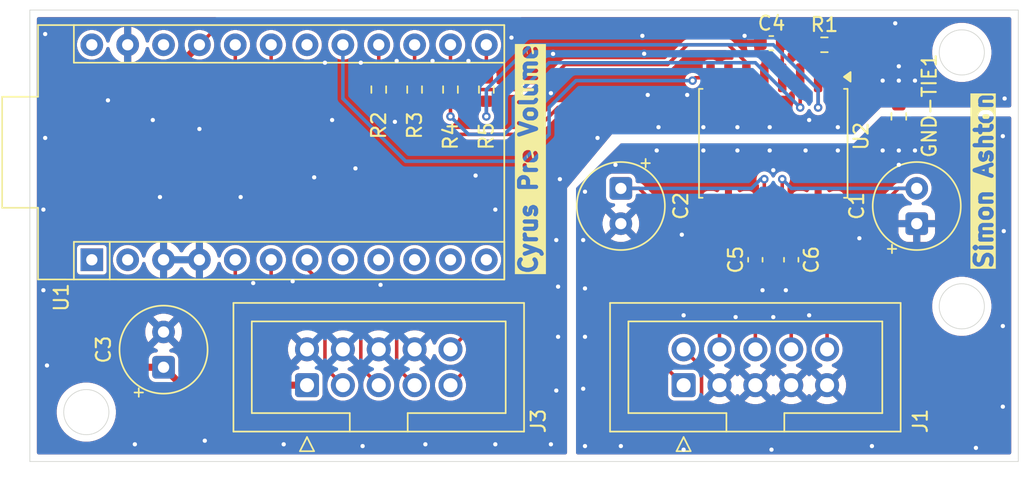
<source format=kicad_pcb>
(kicad_pcb (version 20241229) (generator "pcbnew") (generator_version "9.0")
  (layers (0 "F.Cu" signal) (2 "B.Cu" signal) (13 "F.Paste" user) (15 "B.Paste" user) (5 "F.SilkS" user "F.Silkscreen") (7 "B.SilkS" user "B.Silkscreen") (1 "F.Mask" user) (3 "B.Mask" user) (25 "Edge.Cuts" user))
  (net 0 "")
  (net 1 "GNDA")
  (net 2 "-15V")
  (net 3 "+15V")
  (net 4 "+5VD")
  (net 5 "GNDD")
  (net 6 "VinR")
  (net 7 "VoutR")
  (net 8 "VoutL")
  (net 9 "VinL")
  (net 10 "Cyrus_Ref_R")
  (net 11 "Cyrus_Clock")
  (net 12 "Cyrus_Latch")
  (net 13 "Cyrus_Data")
  (net 14 "Cyrus_Ref_L")
  (net 15 "Net-(U2-ZCEN)")
  (net 19 "Net-(U1-~D10{slash}A10)")
  (net 20 "Net-(U1-D14)")
  (net 23 "Net-(U1-D18{slash}A0)")
  (net 27 "Net-(U1-D15)")
  (net 28 "Net-(U1-D16)")
  (net 31 "Net-(U2-SCLK)")
  (net 32 "Net-(U2-SDO)")
  (net 33 "Net-(U2-SDI)")
  (net 34 "Net-(U2-~{CS})")
  (footprint "Connector_IDC:IDC-Header_2x05_P2.54mm_Vertical" (layer "F.Cu") (at 114.3 148.59 90)
    (property "Reference" "J1" (at -2.54 16.764 90) (layer "F.SilkS"))
    (property "Value" "Conn_02x05_Odd_Even")
    (fp_line (start 5.83 -5.21) (end 5.83 15.37) (stroke (width 0.12)) (layer "F.SilkS"))
    (fp_line (start -3.29 -5.21) (end 5.83 -5.21) (stroke (width 0.12)) (layer "F.SilkS"))
    (fp_line (start 4.52 -3.91) (end 4.52 14.07) (stroke (width 0.12)) (layer "F.SilkS"))
    (fp_line (start -1.98 -3.91) (end 4.52 -3.91) (stroke (width 0.12)) (layer "F.SilkS"))
    (fp_line (start -4.68 -0.5) (end -4.68 0.5) (stroke (width 0.12)) (layer "F.SilkS"))
    (fp_line (start -3.68 0) (end -4.68 -0.5) (stroke (width 0.12)) (layer "F.SilkS"))
    (fp_line (start -4.68 0.5) (end -3.68 0) (stroke (width 0.12)) (layer "F.SilkS"))
    (fp_line (start -1.98 3.03) (end -1.98 -3.91) (stroke (width 0.12)) (layer "F.SilkS"))
    (fp_line (start -3.29 3.03) (end -1.98 3.03) (stroke (width 0.12)) (layer "F.SilkS"))
    (fp_line (start -1.98 7.13) (end -3.29 7.13) (stroke (width 0.12)) (layer "F.SilkS"))
    (fp_line (start 4.52 14.07) (end -1.98 14.07) (stroke (width 0.12)) (layer "F.SilkS"))
    (fp_line (start -1.98 14.07) (end -1.98 7.13) (stroke (width 0.12)) (layer "F.SilkS"))
    (fp_line (start 5.83 15.37) (end -3.29 15.37) (stroke (width 0.12)) (layer "F.SilkS"))
    (fp_line (start -3.29 15.37) (end -3.29 -5.21) (stroke (width 0.12)) (layer "F.SilkS"))
    (pad "1" thru_hole roundrect (at 0 0 90) (size 1.7 1.7) (drill 1) (layers "*.Cu" "*.Mask") (roundrect_rratio 0.147059) (net 3 "+15V"))
    (pad "2" thru_hole circle (at 2.54 0 90) (size 1.7 1.7) (drill 1) (layers "*.Cu" "*.Mask") (net 2 "-15V"))
    (pad "3" thru_hole circle (at 0 2.54 90) (size 1.7 1.7) (drill 1) (layers "*.Cu" "*.Mask") (net 1 "GNDA"))
    (pad "4" thru_hole circle (at 2.54 2.54 90) (size 1.7 1.7) (drill 1) (layers "*.Cu" "*.Mask") (net 6 "VinR"))
    (pad "5" thru_hole circle (at 0 5.08 90) (size 1.7 1.7) (drill 1) (layers "*.Cu" "*.Mask") (net 1 "GNDA"))
    (pad "6" thru_hole circle (at 2.54 5.08 90) (size 1.7 1.7) (drill 1) (layers "*.Cu" "*.Mask") (net 7 "VoutR"))
    (pad "7" thru_hole circle (at 0 7.62 90) (size 1.7 1.7) (drill 1) (layers "*.Cu" "*.Mask") (net 1 "GNDA"))
    (pad "8" thru_hole circle (at 2.54 7.62 90) (size 1.7 1.7) (drill 1) (layers "*.Cu" "*.Mask") (net 8 "VoutL"))
    (pad "9" thru_hole circle (at 0 10.16 90) (size 1.7 1.7) (drill 1) (layers "*.Cu" "*.Mask") (net 1 "GNDA"))
    (pad "10" thru_hole circle (at 2.54 10.16 90) (size 1.7 1.7) (drill 1) (layers "*.Cu" "*.Mask") (net 9 "VinL"))
  )
  (footprint "Package_SO:SOIC-16W_7.5x10.3mm_P1.27mm" (layer "F.Cu") (at 120.65 131.445 -90)
    (property "Reference" "U2" (at -0.508 -6.223 90) (layer "F.SilkS"))
    (property "Value" "PGA2310UA")
    (fp_line (start -3.86 5.26) (end -3.86 5.005) (stroke (width 0.12)) (layer "F.SilkS"))
    (fp_line (start 0 5.26) (end -3.86 5.26) (stroke (width 0.12)) (layer "F.SilkS"))
    (fp_line (start 0 5.26) (end 3.86 5.26) (stroke (width 0.12)) (layer "F.SilkS"))
    (fp_line (start 3.86 5.26) (end 3.86 5.005) (stroke (width 0.12)) (layer "F.SilkS"))
    (fp_line (start -3.86 -5.26) (end -3.86 -5.005) (stroke (width 0.12)) (layer "F.SilkS"))
    (fp_line (start 0 -5.26) (end -3.86 -5.26) (stroke (width 0.12)) (layer "F.SilkS"))
    (fp_line (start 0 -5.26) (end 3.86 -5.26) (stroke (width 0.12)) (layer "F.SilkS"))
    (fp_line (start 3.86 -5.26) (end 3.86 -5.005) (stroke (width 0.12)) (layer "F.SilkS"))
    (fp_poly (pts (xy -4.7125 -5.005) (xy -5.0525 -5.475) (xy -4.3725 -5.475)) (stroke (width 0.12)) (fill yes) (layer "F.SilkS"))
    (pad "1" smd roundrect (at -4.65 -4.445 270) (size 2.05 0.6) (layers "F.Cu" "F.Mask" "F.Paste") (net 15 "Net-(U2-ZCEN)"))
    (pad "2" smd roundrect (at -4.65 -3.175 270) (size 2.05 0.6) (layers "F.Cu" "F.Mask" "F.Paste") (net 34 "Net-(U2-~{CS})"))
    (pad "3" smd roundrect (at -4.65 -1.905 270) (size 2.05 0.6) (layers "F.Cu" "F.Mask" "F.Paste") (net 33 "Net-(U2-SDI)"))
    (pad "4" smd roundrect (at -4.65 -0.635 270) (size 2.05 0.6) (layers "F.Cu" "F.Mask" "F.Paste") (net 4 "+5VD"))
    (pad "5" smd roundrect (at -4.65 0.635 270) (size 2.05 0.6) (layers "F.Cu" "F.Mask" "F.Paste") (net 5 "GNDD"))
    (pad "6" smd roundrect (at -4.65 1.905 270) (size 2.05 0.6) (layers "F.Cu" "F.Mask" "F.Paste") (net 31 "Net-(U2-SCLK)"))
    (pad "7" smd roundrect (at -4.65 3.175 270) (size 2.05 0.6) (layers "F.Cu" "F.Mask" "F.Paste") (net 32 "Net-(U2-SDO)"))
    (pad "8" smd roundrect (at -4.65 4.445 270) (size 2.05 0.6) (layers "F.Cu" "F.Mask" "F.Paste") (net 23 "Net-(U1-D18{slash}A0)"))
    (pad "9" smd roundrect (at 4.65 4.445 270) (size 2.05 0.6) (layers "F.Cu" "F.Mask" "F.Paste") (net 6 "VinR"))
    (pad "10" smd roundrect (at 4.65 3.175 270) (size 2.05 0.6) (layers "F.Cu" "F.Mask" "F.Paste") (net 1 "GNDA"))
    (pad "11" smd roundrect (at 4.65 1.905 270) (size 2.05 0.6) (layers "F.Cu" "F.Mask" "F.Paste") (net 7 "VoutR"))
    (pad "12" smd roundrect (at 4.65 0.635 270) (size 2.05 0.6) (layers "F.Cu" "F.Mask" "F.Paste") (net 3 "+15V"))
    (pad "13" smd roundrect (at 4.65 -0.635 270) (size 2.05 0.6) (layers "F.Cu" "F.Mask" "F.Paste") (net 2 "-15V"))
    (pad "14" smd roundrect (at 4.65 -1.905 270) (size 2.05 0.6) (layers "F.Cu" "F.Mask" "F.Paste") (net 8 "VoutL"))
    (pad "15" smd roundrect (at 4.65 -3.175 270) (size 2.05 0.6) (layers "F.Cu" "F.Mask" "F.Paste") (net 1 "GNDA"))
    (pad "16" smd roundrect (at 4.65 -4.445 270) (size 2.05 0.6) (layers "F.Cu" "F.Mask" "F.Paste") (net 9 "VinL"))
  )
  (footprint "Capacitor_SMD:C_0603_1608Metric" (layer "F.Cu") (at 120.51 124.35 180)
    (property "Reference" "C4" (at -0.013 1.414 0) (layer "F.SilkS"))
    (property "Value" "1uf 25v")
    (fp_line (start -0.14058 0.51) (end 0.14058 0.51) (stroke (width 0.12)) (layer "F.SilkS"))
    (fp_line (start -0.14058 -0.51) (end 0.14058 -0.51) (stroke (width 0.12)) (layer "F.SilkS"))
    (pad "1" smd roundrect (at -0.775 0 180) (size 0.9 0.95) (layers "F.Cu" "F.Mask" "F.Paste") (net 4 "+5VD"))
    (pad "2" smd roundrect (at 0.775 0 180) (size 0.9 0.95) (layers "F.Cu" "F.Mask" "F.Paste") (net 5 "GNDD"))
  )
  (footprint "Resistor_SMD:R_0603_1608Metric" (layer "F.Cu") (at 129.54 129.54 -90)
    (property "Reference" "GND-TIE1" (at -0.762 -2.159 90) (layer "F.SilkS"))
    (property "Value" "0R")
    (fp_line (start -0.237258 0.5225) (end 0.237258 0.5225) (stroke (width 0.12)) (layer "F.SilkS"))
    (fp_line (start -0.237258 -0.5225) (end 0.237258 -0.5225) (stroke (width 0.12)) (layer "F.SilkS"))
    (pad "1" smd roundrect (at -0.825 0 270) (size 0.8 0.95) (layers "F.Cu" "F.Mask" "F.Paste") (net 5 "GNDD"))
    (pad "2" smd roundrect (at 0.825 0 270) (size 0.8 0.95) (layers "F.Cu" "F.Mask" "F.Paste") (net 1 "GNDA"))
  )
  (footprint "Arduino_Modules_3D_Footprints:Sparkfun_Pro_Micro" (layer "F.Cu") (at 100.33 124.46 -90)
    (property "Reference" "U1" (at 17.907 30.099 90) (layer "F.SilkS"))
    (property "Value" "Sparkfun_Pro_Micro")
    (fp_line (start 3.683 34.29) (end 11.557 34.29) (stroke (width 0.12)) (layer "F.SilkS"))
    (fp_line (start 3.683 34.29) (end 3.683 31.75) (stroke (width 0.12)) (layer "F.SilkS"))
    (fp_line (start 11.557 34.29) (end 11.557 31.75) (stroke (width 0.12)) (layer "F.SilkS"))
    (fp_line (start -1.397 31.75) (end 3.683 31.75) (stroke (width 0.12)) (layer "F.SilkS"))
    (fp_line (start 11.557 31.75) (end 16.637 31.75) (stroke (width 0.12)) (layer "F.SilkS"))
    (fp_line (start 16.637 31.75) (end 16.64 -1.27) (stroke (width 0.12)) (layer "F.SilkS"))
    (fp_line (start 1.27 29.21) (end -1.4 29.21) (stroke (width 0.12)) (layer "F.SilkS"))
    (fp_line (start 13.97 29.21) (end 16.64 29.21) (stroke (width 0.12)) (layer "F.SilkS"))
    (fp_line (start 13.97 26.67) (end 16.64 26.67) (stroke (width 0.12)) (layer "F.SilkS"))
    (fp_line (start 1.27 1.27) (end 1.27 29.21) (stroke (width 0.12)) (layer "F.SilkS"))
    (fp_line (start 1.27 1.27) (end 1.27 -1.27) (stroke (width 0.12)) (layer "F.SilkS"))
    (fp_line (start -1.397 -1.27) (end -1.397 31.75) (stroke (width 0.12)) (layer "F.SilkS"))
    (fp_line (start 1.27 -1.27) (end -1.397 -1.27) (stroke (width 0.12)) (layer "F.SilkS"))
    (fp_line (start 13.97 -1.27) (end 13.97 29.21) (stroke (width 0.12)) (layer "F.SilkS"))
    (fp_line (start 13.97 -1.27) (end 16.64 -1.27) (stroke (width 0.12)) (layer "F.SilkS"))
    (fp_line (start 16.637 -1.27) (end 1.27 -1.27) (stroke (width 0.12)) (layer "F.SilkS"))
    (pad "1" thru_hole rect (at 15.24 27.94 270) (size 1.6 1.6) (drill 0.8) (layers "*.Cu" "*.Mask"))
    (pad "2" thru_hole oval (at 15.24 25.4 270) (size 1.6 1.6) (drill 0.8) (layers "*.Cu" "*.Mask"))
    (pad "3" thru_hole oval (at 15.24 22.86 270) (size 1.6 1.6) (drill 0.8) (layers "*.Cu" "*.Mask") (net 5 "GNDD"))
    (pad "4" thru_hole oval (at 15.24 20.32 270) (size 1.6 1.6) (drill 0.8) (layers "*.Cu" "*.Mask") (net 5 "GNDD"))
    (pad "5" thru_hole oval (at 15.24 17.78 270) (size 1.6 1.6) (drill 0.8) (layers "*.Cu" "*.Mask") (net 11 "Cyrus_Clock"))
    (pad "6" thru_hole oval (at 15.24 15.24 270) (size 1.6 1.6) (drill 0.8) (layers "*.Cu" "*.Mask") (net 12 "Cyrus_Latch"))
    (pad "7" thru_hole oval (at 15.24 12.7 270) (size 1.6 1.6) (drill 0.8) (layers "*.Cu" "*.Mask") (net 13 "Cyrus_Data"))
    (pad "8" thru_hole oval (at 15.24 10.16 270) (size 1.6 1.6) (drill 0.8) (layers "*.Cu" "*.Mask"))
    (pad "9" thru_hole oval (at 15.24 7.62 270) (size 1.6 1.6) (drill 0.8) (layers "*.Cu" "*.Mask"))
    (pad "10" thru_hole oval (at 15.24 5.08 270) (size 1.6 1.6) (drill 0.8) (layers "*.Cu" "*.Mask"))
    (pad "11" thru_hole oval (at 15.24 2.54 270) (size 1.6 1.6) (drill 0.8) (layers "*.Cu" "*.Mask"))
    (pad "12" thru_hole oval (at 15.24 0 270) (size 1.6 1.6) (drill 0.8) (layers "*.Cu" "*.Mask"))
    (pad "13" thru_hole oval (at 0 0 270) (size 1.6 1.6) (drill 0.8) (layers "*.Cu" "*.Mask") (net 19 "Net-(U1-~D10{slash}A10)"))
    (pad "14" thru_hole oval (at 0 2.54 270) (size 1.6 1.6) (drill 0.8) (layers "*.Cu" "*.Mask") (net 28 "Net-(U1-D16)"))
    (pad "15" thru_hole oval (at 0 5.08 270) (size 1.6 1.6) (drill 0.8) (layers "*.Cu" "*.Mask") (net 20 "Net-(U1-D14)"))
    (pad "16" thru_hole oval (at 0 7.62 270) (size 1.6 1.6) (drill 0.8) (layers "*.Cu" "*.Mask") (net 27 "Net-(U1-D15)"))
    (pad "17" thru_hole oval (at 0 10.16 270) (size 1.6 1.6) (drill 0.8) (layers "*.Cu" "*.Mask") (net 23 "Net-(U1-D18{slash}A0)"))
    (pad "18" thru_hole oval (at 0 12.7 270) (size 1.6 1.6) (drill 0.8) (layers "*.Cu" "*.Mask"))
    (pad "19" thru_hole oval (at 0 15.24 270) (size 1.6 1.6) (drill 0.8) (layers "*.Cu" "*.Mask") (net 14 "Cyrus_Ref_L"))
    (pad "20" thru_hole oval (at 0 17.78 270) (size 1.6 1.6) (drill 0.8) (layers "*.Cu" "*.Mask") (net 10 "Cyrus_Ref_R"))
    (pad "21" thru_hole oval (at 0 20.32 270) (size 1.6 1.6) (drill 0.8) (layers "*.Cu" "*.Mask") (net 4 "+5VD"))
    (pad "22" thru_hole oval (at 0 22.86 270) (size 1.6 1.6) (drill 0.8) (layers "*.Cu" "*.Mask"))
    (pad "23" thru_hole oval (at 0 25.4 270) (size 1.6 1.6) (drill 0.8) (layers "*.Cu" "*.Mask") (net 5 "GNDD"))
    (pad "24" thru_hole oval (at 0 27.94 270) (size 1.6 1.6) (drill 0.8) (layers "*.Cu" "*.Mask"))
  )
  (footprint "Resistor_SMD:R_0603_1608Metric" (layer "F.Cu") (at 95.25 127.635 -90)
    (property "Reference" "R3" (at 2.54 0 90) (layer "F.SilkS"))
    (property "Value" "22R")
    (fp_line (start -0.237258 0.5225) (end 0.237258 0.5225) (stroke (width 0.12)) (layer "F.SilkS"))
    (fp_line (start -0.237258 -0.5225) (end 0.237258 -0.5225) (stroke (width 0.12)) (layer "F.SilkS"))
    (pad "1" smd roundrect (at -0.825 0 270) (size 0.8 0.95) (layers "F.Cu" "F.Mask" "F.Paste") (net 20 "Net-(U1-D14)"))
    (pad "2" smd roundrect (at 0.825 0 270) (size 0.8 0.95) (layers "F.Cu" "F.Mask" "F.Paste") (net 32 "Net-(U2-SDO)"))
  )
  (footprint "Capacitor_THT:CP_Radial_Tantal_D6.0mm_P2.50mm" (layer "F.Cu") (at 130.81 137.14 90)
    (property "Reference" "C1" (at 1.25 -4.25 90) (layer "F.SilkS"))
    (property "Value" "47uf 25v")
    (fp_line (start -1.789749 -2.055) (end -1.789749 -1.455) (stroke (width 0.12)) (layer "F.SilkS"))
    (fp_line (start -2.089749 -1.755) (end -1.489749 -1.755) (stroke (width 0.12)) (layer "F.SilkS"))
    (fp_circle (center 1.25 0) (end 4.37 0) (stroke (width 0.12)) (fill no) (layer "F.SilkS"))
    (pad "1" thru_hole roundrect (at 0 0 90) (size 1.6 1.6) (drill 0.8) (layers "*.Cu" "*.Mask") (roundrect_rratio 0.15625) (net 1 "GNDA"))
    (pad "2" thru_hole circle (at 2.5 0 90) (size 1.6 1.6) (drill 0.8) (layers "*.Cu" "*.Mask") (net 2 "-15V"))
  )
  (footprint "Capacitor_THT:CP_Radial_Tantal_D6.0mm_P2.50mm" (layer "F.Cu") (at 77.47 147.32 90)
    (property "Reference" "C3" (at 1.25 -4.25 90) (layer "F.SilkS"))
    (property "Value" "47uf 25v")
    (fp_line (start -1.789749 -2.055) (end -1.789749 -1.455) (stroke (width 0.12)) (layer "F.SilkS"))
    (fp_line (start -2.089749 -1.755) (end -1.489749 -1.755) (stroke (width 0.12)) (layer "F.SilkS"))
    (fp_circle (center 1.25 0) (end 4.37 0) (stroke (width 0.12)) (fill no) (layer "F.SilkS"))
    (pad "1" thru_hole roundrect (at 0 0 90) (size 1.6 1.6) (drill 0.8) (layers "*.Cu" "*.Mask") (roundrect_rratio 0.15625) (net 4 "+5VD"))
    (pad "2" thru_hole circle (at 2.5 0 90) (size 1.6 1.6) (drill 0.8) (layers "*.Cu" "*.Mask") (net 5 "GNDD"))
  )
  (footprint "Connector_IDC:IDC-Header_2x05_P2.54mm_Vertical" (layer "F.Cu") (at 87.63 148.59 90)
    (property "Reference" "J3" (at -2.54 16.383 90) (layer "F.SilkS"))
    (property "Value" "Conn_02x05_Odd_Even")
    (fp_line (start 5.83 -5.21) (end 5.83 15.37) (stroke (width 0.12)) (layer "F.SilkS"))
    (fp_line (start -3.29 -5.21) (end 5.83 -5.21) (stroke (width 0.12)) (layer "F.SilkS"))
    (fp_line (start 4.52 -3.91) (end 4.52 14.07) (stroke (width 0.12)) (layer "F.SilkS"))
    (fp_line (start -1.98 -3.91) (end 4.52 -3.91) (stroke (width 0.12)) (layer "F.SilkS"))
    (fp_line (start -4.68 -0.5) (end -4.68 0.5) (stroke (width 0.12)) (layer "F.SilkS"))
    (fp_line (start -3.68 0) (end -4.68 -0.5) (stroke (width 0.12)) (layer "F.SilkS"))
    (fp_line (start -4.68 0.5) (end -3.68 0) (stroke (width 0.12)) (layer "F.SilkS"))
    (fp_line (start -1.98 3.03) (end -1.98 -3.91) (stroke (width 0.12)) (layer "F.SilkS"))
    (fp_line (start -3.29 3.03) (end -1.98 3.03) (stroke (width 0.12)) (layer "F.SilkS"))
    (fp_line (start -1.98 7.13) (end -3.29 7.13) (stroke (width 0.12)) (layer "F.SilkS"))
    (fp_line (start 4.52 14.07) (end -1.98 14.07) (stroke (width 0.12)) (layer "F.SilkS"))
    (fp_line (start -1.98 14.07) (end -1.98 7.13) (stroke (width 0.12)) (layer "F.SilkS"))
    (fp_line (start 5.83 15.37) (end -3.29 15.37) (stroke (width 0.12)) (layer "F.SilkS"))
    (fp_line (start -3.29 15.37) (end -3.29 -5.21) (stroke (width 0.12)) (layer "F.SilkS"))
    (pad "1" thru_hole roundrect (at 0 0 90) (size 1.7 1.7) (drill 1) (layers "*.Cu" "*.Mask") (roundrect_rratio 0.147059) (net 4 "+5VD"))
    (pad "2" thru_hole circle (at 2.54 0 90) (size 1.7 1.7) (drill 1) (layers "*.Cu" "*.Mask") (net 5 "GNDD"))
    (pad "3" thru_hole circle (at 0 2.54 90) (size 1.7 1.7) (drill 1) (layers "*.Cu" "*.Mask") (net 11 "Cyrus_Clock"))
    (pad "4" thru_hole circle (at 2.54 2.54 90) (size 1.7 1.7) (drill 1) (layers "*.Cu" "*.Mask") (net 5 "GNDD"))
    (pad "5" thru_hole circle (at 0 5.08 90) (size 1.7 1.7) (drill 1) (layers "*.Cu" "*.Mask") (net 12 "Cyrus_Latch"))
    (pad "6" thru_hole circle (at 2.54 5.08 90) (size 1.7 1.7) (drill 1) (layers "*.Cu" "*.Mask") (net 5 "GNDD"))
    (pad "7" thru_hole circle (at 0 7.62 90) (size 1.7 1.7) (drill 1) (layers "*.Cu" "*.Mask") (net 13 "Cyrus_Data"))
    (pad "8" thru_hole circle (at 2.54 7.62 90) (size 1.7 1.7) (drill 1) (layers "*.Cu" "*.Mask") (net 5 "GNDD"))
    (pad "9" thru_hole circle (at 0 10.16 90) (size 1.7 1.7) (drill 1) (layers "*.Cu" "*.Mask") (net 14 "Cyrus_Ref_L"))
    (pad "10" thru_hole circle (at 2.54 10.16 90) (size 1.7 1.7) (drill 1) (layers "*.Cu" "*.Mask") (net 10 "Cyrus_Ref_R"))
  )
  (footprint "Resistor_SMD:R_0603_1608Metric" (layer "F.Cu") (at 92.71 127.635 -90)
    (property "Reference" "R2" (at 2.54 0 90) (layer "F.SilkS"))
    (property "Value" "22R")
    (fp_line (start -0.237258 0.5225) (end 0.237258 0.5225) (stroke (width 0.12)) (layer "F.SilkS"))
    (fp_line (start -0.237258 -0.5225) (end 0.237258 -0.5225) (stroke (width 0.12)) (layer "F.SilkS"))
    (pad "1" smd roundrect (at -0.825 0 270) (size 0.8 0.95) (layers "F.Cu" "F.Mask" "F.Paste") (net 27 "Net-(U1-D15)"))
    (pad "2" smd roundrect (at 0.825 0 270) (size 0.8 0.95) (layers "F.Cu" "F.Mask" "F.Paste") (net 31 "Net-(U2-SCLK)"))
  )
  (footprint "Resistor_SMD:R_0603_1608Metric" (layer "F.Cu") (at 100.33 127.635 -90)
    (property "Reference" "R5" (at 3.302 0 90) (layer "F.SilkS"))
    (property "Value" "22R")
    (fp_line (start -0.237258 0.5225) (end 0.237258 0.5225) (stroke (width 0.12)) (layer "F.SilkS"))
    (fp_line (start -0.237258 -0.5225) (end 0.237258 -0.5225) (stroke (width 0.12)) (layer "F.SilkS"))
    (pad "1" smd roundrect (at -0.825 0 270) (size 0.8 0.95) (layers "F.Cu" "F.Mask" "F.Paste") (net 19 "Net-(U1-~D10{slash}A10)"))
    (pad "2" smd roundrect (at 0.825 0 270) (size 0.8 0.95) (layers "F.Cu" "F.Mask" "F.Paste") (net 34 "Net-(U2-~{CS})"))
  )
  (footprint "Resistor_SMD:R_0603_1608Metric" (layer "F.Cu") (at 97.79 127.635 -90)
    (property "Reference" "R4" (at 3.302 0 90) (layer "F.SilkS"))
    (property "Value" "22R")
    (fp_line (start -0.237258 0.5225) (end 0.237258 0.5225) (stroke (width 0.12)) (layer "F.SilkS"))
    (fp_line (start -0.237258 -0.5225) (end 0.237258 -0.5225) (stroke (width 0.12)) (layer "F.SilkS"))
    (pad "1" smd roundrect (at -0.825 0 270) (size 0.8 0.95) (layers "F.Cu" "F.Mask" "F.Paste") (net 28 "Net-(U1-D16)"))
    (pad "2" smd roundrect (at 0.825 0 270) (size 0.8 0.95) (layers "F.Cu" "F.Mask" "F.Paste") (net 33 "Net-(U2-SDI)"))
  )
  (footprint "Resistor_SMD:R_0603_1608Metric" (layer "F.Cu") (at 124.27 124.46)
    (property "Reference" "R1" (at 0 -1.43 0) (layer "F.SilkS"))
    (property "Value" "10K")
    (fp_line (start -0.237258 -0.5225) (end 0.237258 -0.5225) (stroke (width 0.12)) (layer "F.SilkS"))
    (fp_line (start -0.237258 0.5225) (end 0.237258 0.5225) (stroke (width 0.12)) (layer "F.SilkS"))
    (pad "1" smd roundrect (at -0.825 0) (size 0.8 0.95) (layers "F.Cu" "F.Mask" "F.Paste") (net 4 "+5VD"))
    (pad "2" smd roundrect (at 0.825 0) (size 0.8 0.95) (layers "F.Cu" "F.Mask" "F.Paste") (net 15 "Net-(U2-ZCEN)"))
  )
  (footprint "Capacitor_SMD:C_0603_1608Metric" (layer "F.Cu") (at 121.92 139.7 -90)
    (property "Reference" "C6" (at 0 -1.43 90) (layer "F.SilkS"))
    (property "Value" "1uf 25v")
    (fp_line (start -0.14058 0.51) (end 0.14058 0.51) (stroke (width 0.12)) (layer "F.SilkS"))
    (fp_line (start -0.14058 -0.51) (end 0.14058 -0.51) (stroke (width 0.12)) (layer "F.SilkS"))
    (pad "1" smd roundrect (at -0.775 0 270) (size 0.9 0.95) (layers "F.Cu" "F.Mask" "F.Paste") (net 2 "-15V"))
    (pad "2" smd roundrect (at 0.775 0 270) (size 0.9 0.95) (layers "F.Cu" "F.Mask" "F.Paste") (net 1 "GNDA"))
  )
  (footprint "Capacitor_THT:CP_Radial_Tantal_D6.0mm_P2.50mm" (layer "F.Cu") (at 109.855 134.64 -90)
    (property "Reference" "C2" (at 1.25 -4.25 270) (layer "F.SilkS"))
    (property "Value" "47uf 25v")
    (fp_line (start -2.089749 -1.755) (end -1.489749 -1.755) (stroke (width 0.12)) (layer "F.SilkS"))
    (fp_line (start -1.789749 -2.055) (end -1.789749 -1.455) (stroke (width 0.12)) (layer "F.SilkS"))
    (fp_circle (center 1.25 0) (end 4.37 0) (stroke (width 0.12)) (fill no) (layer "F.SilkS"))
    (pad "1" thru_hole roundrect (at 0 0 270) (size 1.6 1.6) (drill 0.8) (layers "*.Cu" "*.Mask") (roundrect_rratio 0.15625) (net 3 "+15V"))
    (pad "2" thru_hole circle (at 2.5 0 270) (size 1.6 1.6) (drill 0.8) (layers "*.Cu" "*.Mask") (net 1 "GNDA"))
  )
  (footprint "Capacitor_SMD:C_0603_1608Metric" (layer "F.Cu") (at 119.38 139.7 -90)
    (property "Reference" "C5" (at 0 1.397 90) (layer "F.SilkS"))
    (property "Value" "1uf 25v")
    (fp_line (start -0.14058 0.51) (end 0.14058 0.51) (stroke (width 0.12)) (layer "F.SilkS"))
    (fp_line (start -0.14058 -0.51) (end 0.14058 -0.51) (stroke (width 0.12)) (layer "F.SilkS"))
    (pad "1" smd roundrect (at -0.775 0 270) (size 0.9 0.95) (layers "F.Cu" "F.Mask" "F.Paste") (net 3 "+15V"))
    (pad "2" smd roundrect (at 0.775 0 270) (size 0.9 0.95) (layers "F.Cu" "F.Mask" "F.Paste") (net 1 "GNDA"))
  )
  (gr_circle (center 72 150.5) (end 73.6 150.5) (stroke (width 0.05)) (fill no) (layer "Edge.Cuts"))
  (gr_line (start 68 154) (end 138 154) (stroke (width 0.05)) (layer "Edge.Cuts"))
  (gr_circle (center 134 143) (end 135.6 143) (stroke (width 0.05)) (fill no) (layer "Edge.Cuts"))
  (gr_line (start 138 154) (end 138 122) (stroke (width 0.05)) (layer "Edge.Cuts"))
  (gr_line (start 138 122) (end 68 122) (stroke (width 0.05)) (layer "Edge.Cuts"))
  (gr_line (start 68 154) (end 68 122) (stroke (width 0.05)) (layer "Edge.Cuts"))
  (gr_circle (center 134 125) (end 135.6 125) (stroke (width 0.05)) (fill no) (layer "Edge.Cuts"))
  (gr_text "Simon Ashton" (at 136.271 140.462 90) (layer "F.SilkS" knockout) (effects (font (size 1.2 1.2) (thickness 0.3) (bold yes)) (justify left bottom)))
  (gr_text "Cyrus Pre Volume" (at 104.013 140.843 90) (layer "F.SilkS" knockout) (effects (font (size 1.2 1.2) (thickness 0.3) (bold yes)) (justify left bottom)))
  (via (at 136.906 150.114) (size 0.6) (drill 0.3) (layers "F.Cu" "B.Cu") (net 1))
  (via (at 129.54 132.969) (size 0.6) (drill 0.3) (layers "F.Cu" "B.Cu") (net 1))
  (via (at 107.315 141.732) (size 0.6) (drill 0.3) (layers "F.Cu" "B.Cu") (net 1))
  (via (at 130.683 131.953) (size 0.6) (drill 0.3) (layers "F.Cu" "B.Cu") (net 1))
  (via (at 123.19 143.637) (size 0.6) (drill 0.3) (layers "F.Cu" "B.Cu") (net 1))
  (via (at 114.173 137.922) (size 0.6) (drill 0.3) (layers "F.Cu" "B.Cu") (net 1))
  (via (at 107.315 134.874) (size 0.6) (drill 0.3) (layers "F.Cu" "B.Cu") (net 1))
  (via (at 125.222 131.953) (size 0.6) (drill 0.3) (layers "F.Cu" "B.Cu") (net 1))
  (via (at 129.54 131.953) (size 0.6) (drill 0.3) (layers "F.Cu" "B.Cu") (net 1))
  (via (at 114.3 153.162) (size 0.6) (drill 0.3) (layers "F.Cu" "B.Cu") (net 1))
  (via (at 107.188 148.844) (size 0.6) (drill 0.3) (layers "F.Cu" "B.Cu") (net 1))
  (via (at 135.001 153.035) (size 0.6) (drill 0.3) (layers "F.Cu" "B.Cu") (net 1))
  (via (at 120.65 143.764) (size 0.6) (drill 0.3) (layers "F.Cu" "B.Cu") (net 1))
  (via (at 119.888 141.859) (size 0.6) (drill 0.3) (layers "F.Cu" "B.Cu") (net 1))
  (via (at 112.395 131.953) (size 0.6) (drill 0.3) (layers "F.Cu" "B.Cu") (net 1))
  (via (at 127.635 152.908) (size 0.6) (drill 0.3) (layers "F.Cu" "B.Cu") (net 1))
  (via (at 107.315 145.161) (size 0.6) (drill 0.3) (layers "F.Cu" "B.Cu") (net 1))
  (via (at 136.972193 137.668) (size 0.6) (drill 0.3) (layers "F.Cu" "B.Cu") (net 1))
  (via (at 120.523 153.162) (size 0.6) (drill 0.3) (layers "F.Cu" "B.Cu") (net 1))
  (via (at 118.11 131.953) (size 0.6) (drill 0.3) (layers "F.Cu" "B.Cu") (net 1))
  (via (at 120.396 131.953) (size 0.6) (drill 0.3) (layers "F.Cu" "B.Cu") (net 1))
  (via (at 117.983 143.764) (size 0.6) (drill 0.3) (layers "F.Cu" "B.Cu") (net 1))
  (via (at 128.397 131.953) (size 0.6) (drill 0.3) (layers "F.Cu" "B.Cu") (net 1))
  (via (at 121.539 141.859) (size 0.6) (drill 0.3) (layers "F.Cu" "B.Cu") (net 1))
  (via (at 114.3 143.637) (size 0.6) (drill 0.3) (layers "F.Cu" "B.Cu") (net 1))
  (via (at 107.315 152.908) (size 0.6) (drill 0.3) (layers "F.Cu" "B.Cu") (net 1))
  (via (at 136.906 144.399) (size 0.6) (drill 0.3) (layers "F.Cu" "B.Cu") (net 1))
  (via (at 122.936 131.953) (size 0.6) (drill 0.3) (layers "F.Cu" "B.Cu") (net 1))
  (via (at 107.188 138.303) (size 0.6) (drill 0.3) (layers "F.Cu" "B.Cu") (net 1))
  (via (at 120.65 133.35) (size 0.6) (drill 0.3) (layers "F.Cu" "B.Cu") (net 1))
  (via (at 126.746 138.176) (size 0.6) (drill 0.3) (layers "F.Cu" "B.Cu") (net 1))
  (via (at 115.697 131.953) (size 0.6) (drill 0.3) (layers "F.Cu" "B.Cu") (net 1))
  (via (at 109.855 152.908) (size 0.6) (drill 0.3) (layers "F.Cu" "B.Cu") (net 1))
  (via (at 136.906 130.937) (size 0.6) (drill 0.3) (layers "F.Cu" "B.Cu") (net 1))
  (via (at 109.474 132.969) (size 0.6) (drill 0.3) (layers "F.Cu" "B.Cu") (net 1))
  (segment (start 121.285 138.321) (end 121.539 138.575) (width 0.25) (layer "F.Cu") (net 2))
  (segment (start 115.57 147.32) (end 115.57 151.13) (width 0.25) (layer "F.Cu") (net 2))
  (segment (start 129.52 134.64) (end 130.81 134.64) (width 0.25) (layer "F.Cu") (net 2))
  (segment (start 121.285 133.985) (end 121.285 136.095) (width 0.25) (layer "F.Cu") (net 2))
  (segment (start 115.57 151.13) (end 116.84 152.4) (width 0.25) (layer "F.Cu") (net 2))
  (segment (start 125.73 152.4) (end 128.27 149.86) (width 0.25) (layer "F.Cu") (net 2))
  (segment (start 116.84 152.4) (end 125.73 152.4) (width 0.25) (layer "F.Cu") (net 2))
  (segment (start 128.27 149.86) (end 128.27 135.89) (width 0.25) (layer "F.Cu") (net 2))
  (segment (start 121.285 136.095) (end 121.285 138.321) (width 0.25) (layer "F.Cu") (net 2))
  (segment (start 128.27 135.89) (end 129.52 134.64) (width 0.25) (layer "F.Cu") (net 2))
  (segment (start 114.3 146.05) (end 115.57 147.32) (width 0.25) (layer "F.Cu") (net 2))
  (via (at 121.285 133.985) (size 0.6) (drill 0.3) (layers "F.Cu" "B.Cu") (net 2))
  (segment (start 121.285 133.985) (end 121.94 134.64) (width 0.25) (layer "B.Cu") (net 2))
  (segment (start 121.94 134.64) (end 130.81 134.64) (width 0.25) (layer "B.Cu") (net 2))
  (segment (start 112.395 146.685) (end 112.395 135.89) (width 0.25) (layer "F.Cu") (net 3))
  (segment (start 120.015 133.985) (end 120.015 136.095) (width 0.25) (layer "F.Cu") (net 3))
  (segment (start 114.3 148.59) (end 112.395 146.685) (width 0.25) (layer "F.Cu") (net 3))
  (segment (start 111.145 134.64) (end 109.855 134.64) (width 0.25) (layer "F.Cu") (net 3))
  (segment (start 120.015 136.095) (end 120.015 138.194) (width 0.25) (layer "F.Cu") (net 3))
  (segment (start 120.015 138.194) (end 119.634 138.575) (width 0.25) (layer "F.Cu") (net 3))
  (segment (start 112.395 135.89) (end 111.145 134.64) (width 0.25) (layer "F.Cu") (net 3))
  (via (at 120.015 133.985) (size 0.6) (drill 0.3) (layers "F.Cu" "B.Cu") (net 3))
  (segment (start 119.106 134.64) (end 109.855 134.64) (width 0.25) (layer "B.Cu") (net 3))
  (segment (start 119.761 133.985) (end 119.106 134.64) (width 0.25) (layer "B.Cu") (net 3))
  (segment (start 120.015 133.985) (end 119.761 133.985) (width 0.25) (layer "B.Cu") (net 3))
  (segment (start 87.63 148.59) (end 78.74 148.59) (width 0.5) (layer "F.Cu") (net 4))
  (segment (start 102.686 123.19) (end 102.235 122.739) (width 0.25) (layer "F.Cu") (net 4))
  (segment (start 81.731 122.739) (end 80.01 124.46) (width 0.25) (layer "F.Cu") (net 4))
  (segment (start 77.47 147.32) (end 76.2 147.32) (width 0.5) (layer "F.Cu") (net 4))
  (segment (start 123.445 124.46) (end 121.395 124.46) (width 0.25) (layer "F.Cu") (net 4))
  (segment (start 121.285 123.825) (end 120.65 123.19) (width 0.25) (layer "F.Cu") (net 4))
  (segment (start 121.395 124.46) (end 121.285 124.35) (width 0.25) (layer "F.Cu") (net 4))
  (segment (start 121.285 126.7) (end 121.285 124.35) (width 0.25) (layer "F.Cu") (net 4))
  (segment (start 76.2 147.32) (end 70.485 141.605) (width 0.5) (layer "F.Cu") (net 4))
  (segment (start 120.65 123.19) (end 102.686 123.19) (width 0.25) (layer "F.Cu") (net 4))
  (segment (start 70.485 141.605) (end 70.485 133.985) (width 0.5) (layer "F.Cu") (net 4))
  (segment (start 70.485 133.985) (end 80.01 124.46) (width 0.5) (layer "F.Cu") (net 4))
  (segment (start 102.235 122.739) (end 81.731 122.739) (width 0.25) (layer "F.Cu") (net 4))
  (segment (start 121.285 124.35) (end 121.285 123.825) (width 0.25) (layer "F.Cu") (net 4))
  (segment (start 78.74 148.59) (end 77.47 147.32) (width 0.5) (layer "F.Cu") (net 4))
  (segment (start 120.015 125.476) (end 119.507 124.968) (width 0.4) (layer "F.Cu") (net 5))
  (segment (start 120.015 126.7) (end 120.015 125.476) (width 0.4) (layer "F.Cu") (net 5))
  (segment (start 119.507 124.578) (end 119.735 124.35) (width 0.4) (layer "F.Cu") (net 5))
  (segment (start 119.507 124.968) (end 119.507 124.578) (width 0.4) (layer "F.Cu") (net 5))
  (via (at 69.088 131.064) (size 0.6) (drill 0.3) (layers "F.Cu" "B.Cu") (net 5))
  (via (at 80.391 152.527) (size 0.6) (drill 0.3) (layers "F.Cu" "B.Cu") (net 5))
  (via (at 89.408 129.794) (size 0.6) (drill 0.3) (layers "F.Cu" "B.Cu") (net 5))
  (via (at 93.98 125.603) (size 0.6) (drill 0.3) (layers "F.Cu" "B.Cu") (net 5))
  (via (at 92.837 141.478) (size 0.6) (drill 0.3) (layers "F.Cu" "B.Cu") (net 5))
  (via (at 130.683 127) (size 0.6) (drill 0.3) (layers "F.Cu" "B.Cu") (net 5))
  (via (at 129.286 122.936) (size 0.6) (drill 0.3) (layers "F.Cu" "B.Cu") (net 5))
  (via (at 99.568 133.731) (size 0.6) (drill 0.3) (layers "F.Cu" "B.Cu") (net 5))
  (via (at 68.961 141.859) (size 0.6) (drill 0.3) (layers "F.Cu" "B.Cu") (net 5))
  (via (at 75.438 152.781) (size 0.6) (drill 0.3) (layers "F.Cu" "B.Cu") (net 5))
  (via (at 105.283 148.971) (size 0.6) (drill 0.3) (layers "F.Cu" "B.Cu") (net 5))
  (via (at 128.397 127) (size 0.6) (drill 0.3) (layers "F.Cu" "B.Cu") (net 5))
  (via (at 83.82 141.351) (size 0.6) (drill 0.3) (layers "F.Cu" "B.Cu") (net 5))
  (via (at 129.54 125.984) (size 0.6) (drill 0.3) (layers "F.Cu" "B.Cu") (net 5))
  (via (at 104.902 127.889) (size 0.6) (drill 0.3) (layers "F.Cu" "B.Cu") (net 5))
  (via (at 105.054509 125.105) (size 0.6) (drill 0.3) (layers "F.Cu" "B.Cu") (net 5))
  (via (at 96.52 125.603) (size 0.6) (drill 0.3) (layers "F.Cu" "B.Cu") (net 5))
  (via (at 69.215 147.193) (size 0.6) (drill 0.3) (layers "F.Cu" "B.Cu") (net 5))
  (via (at 88.9 125.73) (size 0.6) (drill 0.3) (layers "F.Cu" "B.Cu") (net 5))
  (via (at 111.506 125.095) (size 0.6) (drill 0.3) (layers "F.Cu" "B.Cu") (net 5))
  (via (at 99.06 125.603) (size 0.6) (drill 0.3) (layers "F.Cu" "B.Cu") (net 5))
  (via (at 137.033 128.27) (size 0.6) (drill 0.3) (layers "F.Cu" "B.Cu") (net 5))
  (via (at 105.41 141.605) (size 0.6) (drill 0.3) (layers "F.Cu" "B.Cu") (net 5))
  (via (at 85.979 152.781) (size 0.6) (drill 0.3) (layers "F.Cu" "B.Cu") (net 5))
  (via (at 77.216 135.255) (size 0.6) (drill 0.3) (layers "F.Cu" "B.Cu") (net 5))
  (via (at 93.853 129.921) (size 0.6) (drill 0.3) (layers "F.Cu" "B.Cu") (net 5))
  (via (at 108.204 131.064) (size 0.6) (drill 0.3) (layers "F.Cu" "B.Cu") (net 5))
  (via (at 102.108 123.952) (size 0.6) (drill 0.3) (layers "F.Cu" "B.Cu") (net 5))
  (via (at 105.41 145.161) (size 0.6) (drill 0.3) (layers "F.Cu" "B.Cu") (net 5))
  (via (at 125.222 130.302) (size 0.6) (drill 0.3) (layers "F.Cu" "B.Cu") (net 5))
  (via (at 80.01 130.429) (size 0.6) (drill 0.3) (layers "F.Cu" "B.Cu") (net 5))
  (via (at 86.614 141.224) (size 0.6) (drill 0.3) (layers "F.Cu" "B.Cu") (net 5))
  (via (at 91.059 133.223) (size 0.6) (drill 0.3) (layers "F.Cu" "B.Cu") (net 5))
  (via (at 114.554 128.016) (size 0.6) (drill 0.3) (layers "F.Cu" "B.Cu") (net 5))
  (via (at 88.138 133.858) (size 0.6) (drill 0.3) (layers "F.Cu" "B.Cu") (net 5))
  (via (at 111.379 123.825) (size 0.6) (drill 0.3) (layers "F.Cu" "B.Cu") (net 5))
  (via (at 118.618 123.825) (size 0.6) (drill 0.3) (layers "F.Cu" "B.Cu") (net 5))
  (via (at 105.537 133.985) (size 0.6) (drill 0.3) (layers "F.Cu" "B.Cu") (net 5))
  (via (at 123.19 129.794) (size 0.6) (drill 0.3) (layers "F.Cu" "B.Cu") (net 5))
  (via (at 100.965 152.781) (size 0.6) (drill 0.3) (layers "F.Cu" "B.Cu") (net 5))
  (via (at 68.961 136.144) (size 0.6) (drill 0.3) (layers "F.Cu" "B.Cu") (net 5))
  (via (at 69.088 123.698) (size 0.6) (drill 0.3) (layers "F.Cu" "B.Cu") (net 5))
  (via (at 91.44 125.73) (size 0.6) (drill 0.3) (layers "F.Cu" "B.Cu") (net 5))
  (via (at 73.533 128.397) (size 0.6) (drill 0.3) (layers "F.Cu" "B.Cu") (net 5))
  (via (at 91.567 152.908) (size 0.6) (drill 0.3) (layers "F.Cu" "B.Cu") (net 5))
  (via (at 105.283 138.303) (size 0.6) (drill 0.3) (layers "F.Cu" "B.Cu") (net 5))
  (via (at 100.965 136.144) (size 0.6) (drill 0.3) (layers "F.Cu" "B.Cu") (net 5))
  (via (at 111.76 128.016) (size 0.6) (drill 0.3) (layers "F.Cu" "B.Cu") (net 5))
  (via (at 96.012 152.781) (size 0.6) (drill 0.3) (layers "F.Cu" "B.Cu") (net 5))
  (via (at 112.522 130.302) (size 0.6) (drill 0.3) (layers "F.Cu" "B.Cu") (net 5))
  (via (at 129.54 127) (size 0.6) (drill 0.3) (layers "F.Cu" "B.Cu") (net 5))
  (via (at 76.708 129.794) (size 0.6) (drill 0.3) (layers "F.Cu" "B.Cu") (net 5))
  (via (at 82.931 135.255) (size 0.6) (drill 0.3) (layers "F.Cu" "B.Cu") (net 5))
  (via (at 115.697 130.302) (size 0.6) (drill 0.3) (layers "F.Cu" "B.Cu") (net 5))
  (via (at 118.11 130.302) (size 0.6) (drill 0.3) (layers "F.Cu" "B.Cu") (net 5))
  (via (at 104.902 152.781) (size 0.6) (drill 0.3) (layers "F.Cu" "B.Cu") (net 5))
  (via (at 120.396 130.302) (size 0.6) (drill 0.3) (layers "F.Cu" "B.Cu") (net 5))
  (segment (start 116.84 146.05) (end 116.84 142.875) (width 0.25) (layer "F.Cu") (net 6))
  (segment (start 116.84 142.875) (end 116.205 142.24) (width 0.25) (layer "F.Cu") (net 6))
  (segment (start 116.205 142.24) (end 116.205 136) (width 0.25) (layer "F.Cu") (net 6))
  (segment (start 118.745 137.795) (end 117.475 139.065) (width 0.25) (layer "F.Cu") (net 7))
  (segment (start 117.475 139.065) (end 117.475 140.97) (width 0.25) (layer "F.Cu") (net 7))
  (segment (start 118.745 136) (end 118.745 137.795) (width 0.25) (layer "F.Cu") (net 7))
  (segment (start 117.475 140.97) (end 119.38 142.875) (width 0.25) (layer "F.Cu") (net 7))
  (segment (start 119.38 142.875) (end 119.38 146.05) (width 0.25) (layer "F.Cu") (net 7))
  (segment (start 123.825 139.065) (end 123.825 140.97) (width 0.25) (layer "F.Cu") (net 8))
  (segment (start 122.555 136) (end 122.555 137.795) (width 0.25) (layer "F.Cu") (net 8))
  (segment (start 122.555 137.795) (end 123.825 139.065) (width 0.25) (layer "F.Cu") (net 8))
  (segment (start 121.92 142.875) (end 121.92 146.05) (width 0.25) (layer "F.Cu") (net 8))
  (segment (start 123.825 140.97) (end 121.92 142.875) (width 0.25) (layer "F.Cu") (net 8))
  (segment (start 124.46 142.875) (end 124.46 146.05) (width 0.25) (layer "F.Cu") (net 9))
  (segment (start 125.095 142.24) (end 124.46 142.875) (width 0.25) (layer "F.Cu") (net 9))
  (segment (start 125.095 142.24) (end 125.095 136) (width 0.25) (layer "F.Cu") (net 9))
  (segment (start 89.154 136.398) (end 82.55 129.794) (width 0.25) (layer "F.Cu") (net 10))
  (segment (start 99.695 136.398) (end 89.154 136.398) (width 0.25) (layer "F.Cu") (net 10))
  (segment (start 82.55 129.794) (end 82.55 124.46) (width 0.25) (layer "F.Cu") (net 10))
  (segment (start 102.489 139.192) (end 99.695 136.398) (width 0.25) (layer "F.Cu") (net 10))
  (segment (start 102.489 141.351) (end 102.489 139.192) (width 0.25) (layer "F.Cu") (net 10))
  (segment (start 97.79 146.05) (end 102.489 141.351) (width 0.25) (layer "F.Cu") (net 10))
  (segment (start 84.455 144.145) (end 82.55 142.24) (width 0.25) (layer "F.Cu") (net 11))
  (segment (start 88.9 147.32) (end 88.9 144.78) (width 0.25) (layer "F.Cu") (net 11))
  (segment (start 82.55 142.24) (end 82.55 139.7) (width 0.25) (layer "F.Cu") (net 11))
  (segment (start 88.265 144.145) (end 84.455 144.145) (width 0.25) (layer "F.Cu") (net 11))
  (segment (start 88.9 144.78) (end 88.265 144.145) (width 0.25) (layer "F.Cu") (net 11))
  (segment (start 90.17 148.59) (end 88.9 147.32) (width 0.25) (layer "F.Cu") (net 11))
  (segment (start 86.36 142.875) (end 85.09 141.605) (width 0.25) (layer "F.Cu") (net 12))
  (segment (start 91.44 147.32) (end 91.44 144.78) (width 0.25) (layer "F.Cu") (net 12))
  (segment (start 85.09 141.605) (end 85.09 139.7) (width 0.25) (layer "F.Cu") (net 12))
  (segment (start 91.44 144.78) (end 89.535 142.875) (width 0.25) (layer "F.Cu") (net 12))
  (segment (start 92.71 148.59) (end 91.44 147.32) (width 0.25) (layer "F.Cu") (net 12))
  (segment (start 89.535 142.875) (end 86.36 142.875) (width 0.25) (layer "F.Cu") (net 12))
  (segment (start 90.805 141.605) (end 93.98 144.78) (width 0.25) (layer "F.Cu") (net 13))
  (segment (start 87.63 140.335) (end 87.63 139.7) (width 0.25) (layer "F.Cu") (net 13))
  (segment (start 88.9 141.605) (end 87.63 140.335) (width 0.25) (layer "F.Cu") (net 13))
  (segment (start 93.98 144.78) (end 93.98 147.32) (width 0.25) (layer "F.Cu") (net 13))
  (segment (start 90.805 141.605) (end 88.9 141.605) (width 0.25) (layer "F.Cu") (net 13))
  (segment (start 93.98 147.32) (end 95.25 148.59) (width 0.25) (layer "F.Cu") (net 13))
  (segment (start 85.09 129.413) (end 85.09 124.46) (width 0.25) (layer "F.Cu") (net 14))
  (segment (start 97.79 148.59) (end 104.013 142.367) (width 0.25) (layer "F.Cu") (net 14))
  (segment (start 104.013 142.367) (end 104.013 137.922) (width 0.25) (layer "F.Cu") (net 14))
  (segment (start 100.838 134.747) (end 90.424 134.747) (width 0.25) (layer "F.Cu") (net 14))
  (segment (start 90.424 134.747) (end 85.09 129.413) (width 0.25) (layer "F.Cu") (net 14))
  (segment (start 104.013 137.922) (end 100.838 134.747) (width 0.25) (layer "F.Cu") (net 14))
  (segment (start 125.095 126.7) (end 125.095 124.46) (width 0.25) (layer "F.Cu") (net 15))
  (segment (start 100.33 124.46) (end 100.33 126.81) (width 0.25) (layer "F.Cu") (net 19))
  (segment (start 95.25 124.46) (end 95.25 126.81) (width 0.25) (layer "F.Cu") (net 20))
  (segment (start 116.205 126.795) (end 115.14 126.795) (width 0.25) (layer "F.Cu") (net 23))
  (segment (start 115.14 126.795) (end 114.935 127) (width 0.25) (layer "F.Cu") (net 23))
  (via (at 114.935 127) (size 0.6) (drill 0.3) (layers "F.Cu" "B.Cu") (net 23))
  (segment (start 104.775 128.905) (end 104.775 130.81) (width 0.25) (layer "B.Cu") (net 23))
  (segment (start 114.935 127) (end 106.68 127) (width 0.25) (layer "B.Cu") (net 23))
  (segment (start 102.87 132.715) (end 94.615 132.715) (width 0.25) (layer "B.Cu") (net 23))
  (segment (start 90.17 128.27) (end 90.17 124.46) (width 0.25) (layer "B.Cu") (net 23))
  (segment (start 104.775 130.81) (end 102.87 132.715) (width 0.25) (layer "B.Cu") (net 23))
  (segment (start 94.615 132.715) (end 90.17 128.27) (width 0.25) (layer "B.Cu") (net 23))
  (segment (start 106.68 127) (end 104.775 128.905) (width 0.25) (layer "B.Cu") (net 23))
  (segment (start 92.71 124.46) (end 92.71 126.81) (width 0.25) (layer "F.Cu") (net 27))
  (segment (start 92.71 125.095) (end 92.71 124.46) (width 0.25) (layer "B.Cu") (net 27))
  (segment (start 97.79 124.46) (end 97.79 126.81) (width 0.25) (layer "F.Cu") (net 28))
  (segment (start 92.71 128.46) (end 93.535 127.635) (width 0.25) (layer "F.Cu") (net 31))
  (segment (start 113.162368 125.862368) (end 114.564736 124.46) (width 0.25) (layer "F.Cu") (net 31))
  (segment (start 114.564736 124.46) (end 117.475 124.46) (width 0.25) (layer "F.Cu") (net 31))
  (segment (start 118.745 125.73) (end 118.745 126.795) (width 0.25) (layer "F.Cu") (net 31))
  (segment (start 93.535 127.635) (end 104.14 127.635) (width 0.25) (layer "F.Cu") (net 31))
  (segment (start 104.14 127.635) (end 105.912632 125.862368) (width 0.25) (layer "F.Cu") (net 31))
  (segment (start 117.475 124.46) (end 118.745 125.73) (width 0.25) (layer "F.Cu") (net 31))
  (segment (start 105.912632 125.862368) (end 113.162368 125.862368) (width 0.25) (layer "F.Cu") (net 31))
  (segment (start 117.475 126.795) (end 117.475 128.27) (width 0.25) (layer "F.Cu") (net 32))
  (segment (start 116.84 128.905) (end 105.41 128.905) (width 0.25) (layer "F.Cu") (net 32))
  (segment (start 105.41 128.905) (end 103.505 130.81) (width 0.25) (layer "F.Cu") (net 32))
  (segment (start 96.52 130.81) (end 95.25 129.54) (width 0.25) (layer "F.Cu") (net 32))
  (segment (start 117.475 128.27) (end 116.84 128.905) (width 0.25) (layer "F.Cu") (net 32))
  (segment (start 95.25 129.54) (end 95.25 128.46) (width 0.25) (layer "F.Cu") (net 32))
  (segment (start 103.505 130.81) (end 96.52 130.81) (width 0.25) (layer "F.Cu") (net 32))
  (segment (start 97.79 128.46) (end 97.79 129.54) (width 0.25) (layer "F.Cu") (net 33))
  (segment (start 122.555 128.905) (end 122.555 126.7) (width 0.25) (layer "F.Cu") (net 33))
  (via (at 97.79 129.54) (size 0.6) (drill 0.3) (layers "F.Cu" "B.Cu") (net 33))
  (via (at 122.555 128.905) (size 0.6) (drill 0.3) (layers "F.Cu" "B.Cu") (net 33))
  (segment (start 101.6 130.81) (end 99.06 130.81) (width 0.25) (layer "B.Cu") (net 33))
  (segment (start 104.775 125.73) (end 102.235 128.27) (width 0.25) (layer "B.Cu") (net 33))
  (segment (start 99.06 130.81) (end 97.79 129.54) (width 0.25) (layer "B.Cu") (net 33))
  (segment (start 102.235 130.175) (end 101.6 130.81) (width 0.25) (layer "B.Cu") (net 33))
  (segment (start 122.555 128.905) (end 119.38 125.73) (width 0.25) (layer "B.Cu") (net 33))
  (segment (start 102.235 128.27) (end 102.235 130.175) (width 0.25) (layer "B.Cu") (net 33))
  (segment (start 119.38 125.73) (end 104.775 125.73) (width 0.25) (layer "B.Cu") (net 33))
  (segment (start 100.33 128.46) (end 100.33 129.54) (width 0.25) (layer "F.Cu") (net 34))
  (segment (start 123.825 128.905) (end 123.825 126.7) (width 0.25) (layer "F.Cu") (net 34))
  (via (at 100.33 129.54) (size 0.6) (drill 0.3) (layers "F.Cu" "B.Cu") (net 34))
  (via (at 123.825 128.905) (size 0.6) (drill 0.3) (layers "F.Cu" "B.Cu") (net 34))
  (segment (start 123.825 128.905) (end 123.825 127.635) (width 0.25) (layer "B.Cu") (net 34))
  (segment (start 100.33 127.63219) (end 100.33 129.54) (width 0.25) (layer "B.Cu") (net 34))
  (segment (start 120.65 124.46) (end 103.50219 124.46) (width 0.25) (layer "B.Cu") (net 34))
  (segment (start 123.825 127.635) (end 120.65 124.46) (width 0.25) (layer "B.Cu") (net 34))
  (segment (start 103.50219 124.46) (end 100.33 127.63219) (width 0.25) (layer "B.Cu") (net 34))
  (zone (net 5) (net_name "GNDD") (layers "F.Cu" "B.Cu") (priority 1) (connect_pads (clearance 0.25)) (min_thickness 0.25) (fill yes (thermal_gap 0.5) (thermal_bridge_width 0.5))
    (polygon (pts (xy 138.43 128.905) (xy 128.27 128.905) (xy 126.365 130.81) (xy 109.22 130.81) (xy 106.045 134.62) (xy 106.045 154.94) (xy 67.31 154.94) (xy 67.31 121.285) (xy 138.43 121.285)))
  )
  (zone (net 1) (net_name "GNDA") (layers "F.Cu" "B.Cu") (connect_pads (clearance 0.25)) (min_thickness 0.25) (fill yes (thermal_gap 0.5) (thermal_bridge_width 0.5))
    (polygon (pts (xy 138.43 129.54) (xy 128.27 129.54) (xy 126.365 131.445) (xy 109.855 131.445) (xy 106.68 134.62) (xy 106.68 154.94) (xy 138.43 154.94)))
  )
)
</source>
